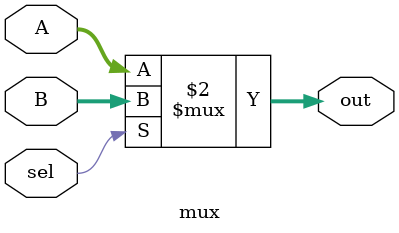
<source format=v>
module mux(A,B,sel,out);

input [31:0] A,B ;
input sel ;
output [31:0] out ;

assign out = (sel== 1'b0) ? A : B ;

endmodule 



</source>
